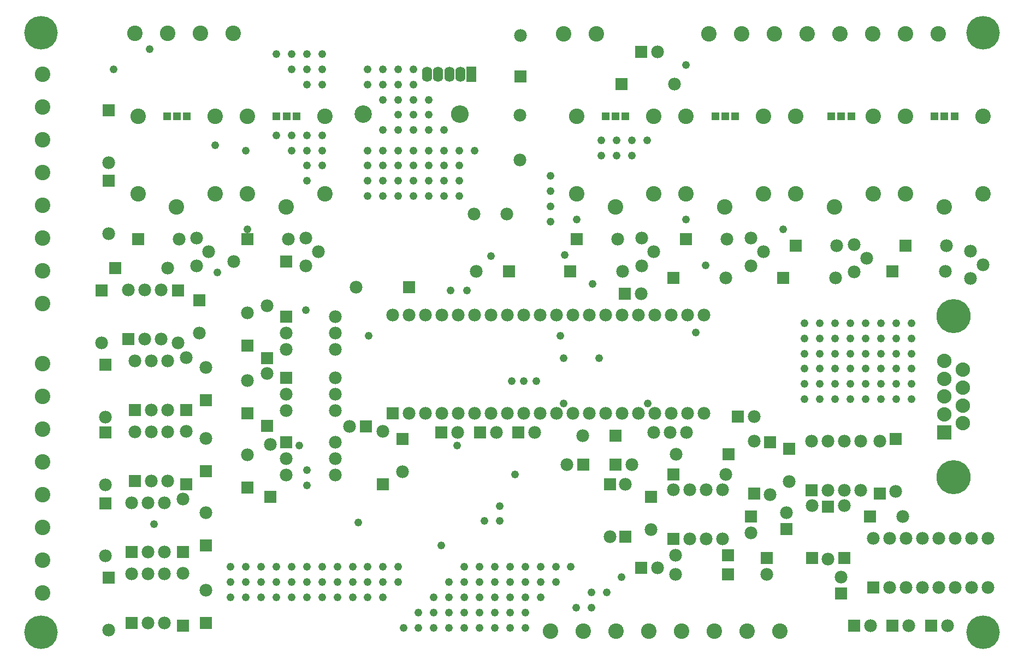
<source format=gbs>
%FSLAX24Y24*%
%MOIN*%
G70*
G01*
G75*
G04 Layer_Color=16711935*
%ADD10C,0.0300*%
%ADD11C,0.0394*%
%ADD12C,0.0197*%
%ADD13C,0.0200*%
%ADD14C,0.0295*%
%ADD15O,0.0551X0.0850*%
%ADD16R,0.0551X0.0850*%
%ADD17C,0.0984*%
%ADD18O,0.1004X0.0984*%
%ADD19C,0.0700*%
%ADD20C,0.0866*%
%ADD21R,0.0700X0.0700*%
%ADD22R,0.0700X0.0700*%
%ADD23C,0.1969*%
%ADD24C,0.2000*%
%ADD25C,0.0800*%
%ADD26R,0.0800X0.0800*%
%ADD27C,0.0400*%
%ADD28R,0.0394X0.0394*%
%ADD29C,0.0400*%
%ADD30C,0.0098*%
%ADD31C,0.0079*%
%ADD32C,0.0100*%
%ADD33C,0.0138*%
%ADD34C,0.0080*%
%ADD35O,0.0631X0.0930*%
%ADD36R,0.0631X0.0930*%
%ADD37C,0.1064*%
%ADD38O,0.1084X0.1064*%
%ADD39C,0.0780*%
%ADD40C,0.0946*%
%ADD41R,0.0780X0.0780*%
%ADD42R,0.0780X0.0780*%
%ADD43C,0.2049*%
%ADD44C,0.2080*%
%ADD45C,0.0880*%
%ADD46R,0.0880X0.0880*%
%ADD47C,0.0480*%
%ADD48R,0.0474X0.0474*%
D35*
X120811Y114400D02*
D03*
X121481D02*
D03*
X122150D02*
D03*
X122819D02*
D03*
D36*
X123489D02*
D03*
D37*
X116900Y111950D02*
D03*
D38*
X122806D02*
D03*
D39*
X126450Y111900D02*
D03*
Y109144D02*
D03*
X123681Y105850D02*
D03*
X125650D02*
D03*
X133874Y100984D02*
D03*
X101378Y80457D02*
D03*
X101181Y89315D02*
D03*
X101150Y93445D02*
D03*
X101378Y104669D02*
D03*
X100945Y97976D02*
D03*
X106102Y92575D02*
D03*
Y97102D02*
D03*
X109843Y91173D02*
D03*
Y95701D02*
D03*
X125016Y92520D02*
D03*
X132900Y89355D02*
D03*
X142913Y89535D02*
D03*
X141732Y88724D02*
D03*
X148425Y91984D02*
D03*
X154724Y102756D02*
D03*
X153965Y103591D02*
D03*
Y101917D02*
D03*
X101181Y84984D02*
D03*
X109843Y99835D02*
D03*
X142717Y87614D02*
D03*
X145276Y84787D02*
D03*
X104976Y102559D02*
D03*
X105650Y104331D02*
D03*
X116480Y101378D02*
D03*
X130283Y92323D02*
D03*
X135969Y85039D02*
D03*
X135995Y91200D02*
D03*
X105906Y83913D02*
D03*
X103756Y80906D02*
D03*
X104756D02*
D03*
X102756Y83906D02*
D03*
X103756D02*
D03*
X104756D02*
D03*
X107283Y96488D02*
D03*
Y92157D02*
D03*
X103953Y89567D02*
D03*
X104953D02*
D03*
X102953Y92567D02*
D03*
X103953D02*
D03*
X104953D02*
D03*
X105600Y97995D02*
D03*
X106890Y98591D02*
D03*
X107480Y103543D02*
D03*
X106720Y104378D02*
D03*
Y102705D02*
D03*
X103559Y98228D02*
D03*
X104559D02*
D03*
X102559Y101228D02*
D03*
X103559D02*
D03*
X104559D02*
D03*
X111220Y91787D02*
D03*
X111024Y96118D02*
D03*
X118110Y92575D02*
D03*
X112205Y94866D02*
D03*
Y93866D02*
D03*
X115205Y95866D02*
D03*
Y94866D02*
D03*
Y93866D02*
D03*
X112205Y90929D02*
D03*
Y89929D02*
D03*
X115205Y91929D02*
D03*
Y90929D02*
D03*
Y89929D02*
D03*
X116050Y92900D02*
D03*
X119291Y90126D02*
D03*
X114173Y103543D02*
D03*
X113413Y104378D02*
D03*
Y102705D02*
D03*
X127378Y92520D02*
D03*
X129315Y90551D02*
D03*
X131950Y86145D02*
D03*
X132732Y102362D02*
D03*
X132421Y104331D02*
D03*
X135969Y83858D02*
D03*
X136646Y92520D02*
D03*
X135646D02*
D03*
X134646D02*
D03*
X140764Y93504D02*
D03*
X139031Y89961D02*
D03*
X140748Y91984D02*
D03*
X134449Y86583D02*
D03*
X136827Y86024D02*
D03*
X137827D02*
D03*
X138827D02*
D03*
X135827Y89024D02*
D03*
X136827D02*
D03*
X137827D02*
D03*
X138827D02*
D03*
X140551Y86402D02*
D03*
X139031Y101968D02*
D03*
X139114Y104331D02*
D03*
X141339Y103543D02*
D03*
X140579Y104378D02*
D03*
Y102705D02*
D03*
X152575Y80709D02*
D03*
X150213D02*
D03*
X147850D02*
D03*
X149409Y88921D02*
D03*
X149835Y87402D02*
D03*
X152500Y103937D02*
D03*
X147638Y103150D02*
D03*
X146878Y103984D02*
D03*
Y102311D02*
D03*
X152417Y102362D02*
D03*
X105906Y88441D02*
D03*
X103756Y85236D02*
D03*
X104756D02*
D03*
X102756Y88236D02*
D03*
X103756D02*
D03*
X104756D02*
D03*
X103953Y93898D02*
D03*
X104953D02*
D03*
X102953Y96898D02*
D03*
X103953D02*
D03*
X104953D02*
D03*
X101378Y109000D02*
D03*
X111024Y100252D02*
D03*
X123800Y102350D02*
D03*
X112205Y98606D02*
D03*
Y97606D02*
D03*
X115205Y99606D02*
D03*
Y98606D02*
D03*
Y97606D02*
D03*
X144291Y88047D02*
D03*
X141535Y83843D02*
D03*
X149031Y83071D02*
D03*
X150031D02*
D03*
X151032D02*
D03*
X152031D02*
D03*
X153032D02*
D03*
X154031D02*
D03*
X148032Y86071D02*
D03*
X149031D02*
D03*
X150031D02*
D03*
X151032D02*
D03*
X152031D02*
D03*
X153032D02*
D03*
X154031D02*
D03*
X155031D02*
D03*
Y83071D02*
D03*
X146260Y88047D02*
D03*
X107283Y82906D02*
D03*
X134858Y84252D02*
D03*
X146063Y83677D02*
D03*
X122654Y92520D02*
D03*
X133283Y90551D02*
D03*
X145250Y89000D02*
D03*
X146250D02*
D03*
X147250D02*
D03*
X144250Y92000D02*
D03*
X145250D02*
D03*
X146250D02*
D03*
X147250D02*
D03*
X109000Y102953D02*
D03*
X112343Y104331D02*
D03*
X145724Y101968D02*
D03*
X134646Y103543D02*
D03*
X133886Y104378D02*
D03*
Y102705D02*
D03*
X145807Y103937D02*
D03*
X134858Y115748D02*
D03*
X126500Y116750D02*
D03*
X135882Y113780D02*
D03*
X107283Y87630D02*
D03*
X119701Y93701D02*
D03*
X120701D02*
D03*
X121701D02*
D03*
X122701D02*
D03*
X123701D02*
D03*
X124701D02*
D03*
X125701D02*
D03*
X118701Y99701D02*
D03*
X119701D02*
D03*
X120701D02*
D03*
X121701D02*
D03*
X122701D02*
D03*
X123701D02*
D03*
X124701D02*
D03*
X125701D02*
D03*
X126701Y93701D02*
D03*
X127701D02*
D03*
X126701Y99701D02*
D03*
X127701D02*
D03*
X128701Y93701D02*
D03*
X129701D02*
D03*
X130701D02*
D03*
X131701D02*
D03*
X132701D02*
D03*
X133701D02*
D03*
X134701D02*
D03*
X135701D02*
D03*
X136701D02*
D03*
X128701Y99701D02*
D03*
X129701D02*
D03*
X130701D02*
D03*
X131701D02*
D03*
X132701D02*
D03*
X133701D02*
D03*
X134701D02*
D03*
X135701D02*
D03*
X136701D02*
D03*
X137701Y93701D02*
D03*
Y99701D02*
D03*
D40*
X102953Y116890D02*
D03*
X104953D02*
D03*
X106968D02*
D03*
X108968D02*
D03*
X129921Y107087D02*
D03*
Y111811D02*
D03*
X132283Y106299D02*
D03*
X134646Y107087D02*
D03*
Y111811D02*
D03*
X129134Y116850D02*
D03*
X131134D02*
D03*
X97323Y96717D02*
D03*
Y94717D02*
D03*
Y92717D02*
D03*
Y90717D02*
D03*
Y88717D02*
D03*
Y86717D02*
D03*
Y84717D02*
D03*
Y82717D02*
D03*
X103150Y107087D02*
D03*
Y111811D02*
D03*
X105512Y106299D02*
D03*
X107874Y107087D02*
D03*
Y111811D02*
D03*
X136614Y107087D02*
D03*
Y111811D02*
D03*
X138976Y106299D02*
D03*
X141339Y107087D02*
D03*
Y111811D02*
D03*
X150000Y107087D02*
D03*
Y111811D02*
D03*
X152362Y106299D02*
D03*
X154724Y107087D02*
D03*
Y111811D02*
D03*
X97323Y114394D02*
D03*
Y112394D02*
D03*
Y110394D02*
D03*
Y108394D02*
D03*
Y106394D02*
D03*
Y104394D02*
D03*
Y102394D02*
D03*
Y100394D02*
D03*
X142346Y80394D02*
D03*
X140346D02*
D03*
X138346D02*
D03*
X136346D02*
D03*
X134346D02*
D03*
X132346D02*
D03*
X130346D02*
D03*
X128346D02*
D03*
X109843Y107087D02*
D03*
Y111811D02*
D03*
X112205Y106299D02*
D03*
X114567Y107087D02*
D03*
Y111811D02*
D03*
X143307Y107087D02*
D03*
Y111811D02*
D03*
X145669Y106299D02*
D03*
X148032Y107087D02*
D03*
Y111811D02*
D03*
X138008Y116850D02*
D03*
X140008D02*
D03*
X142008D02*
D03*
X144008D02*
D03*
X146008D02*
D03*
X148008D02*
D03*
X150008D02*
D03*
X152008D02*
D03*
D41*
X132874Y100984D02*
D03*
X124016Y92520D02*
D03*
X101772Y102559D02*
D03*
X103150Y104331D02*
D03*
X119685Y101378D02*
D03*
X132283Y92323D02*
D03*
X139173Y85039D02*
D03*
X139200Y91200D02*
D03*
X112205Y95866D02*
D03*
Y91929D02*
D03*
X117050Y92900D02*
D03*
X126378Y92520D02*
D03*
X130315Y90551D02*
D03*
X129528Y102362D02*
D03*
X129921Y104331D02*
D03*
X139173Y83858D02*
D03*
X139764Y93504D02*
D03*
X135827Y89961D02*
D03*
Y101968D02*
D03*
X136614Y104331D02*
D03*
X151575Y80709D02*
D03*
X149213D02*
D03*
X146850D02*
D03*
X147835Y87402D02*
D03*
X150000Y103937D02*
D03*
X149213Y102362D02*
D03*
X125800Y102350D02*
D03*
X112205Y99606D02*
D03*
X133858Y84252D02*
D03*
X121654Y92520D02*
D03*
X132283Y90551D02*
D03*
X112205Y102953D02*
D03*
X109843Y104331D02*
D03*
X142520Y101968D02*
D03*
X143307Y103937D02*
D03*
X132677Y113780D02*
D03*
D42*
X101378Y83661D02*
D03*
X101181Y92520D02*
D03*
X101150Y96650D02*
D03*
X101378Y107874D02*
D03*
X100945Y101181D02*
D03*
X106102Y89370D02*
D03*
Y93898D02*
D03*
X109843Y89173D02*
D03*
Y93701D02*
D03*
X132900Y86150D02*
D03*
X142913Y91535D02*
D03*
X141732Y91929D02*
D03*
X148425Y88780D02*
D03*
X101181Y88189D02*
D03*
X109843Y97835D02*
D03*
X142717Y86614D02*
D03*
X145276Y87992D02*
D03*
X105906Y80709D02*
D03*
X102756Y80906D02*
D03*
X107283Y94488D02*
D03*
Y90157D02*
D03*
X102953Y89567D02*
D03*
X105600Y101200D02*
D03*
X106890Y100591D02*
D03*
X102559Y98228D02*
D03*
X111220Y88583D02*
D03*
X111024Y92913D02*
D03*
X118110Y89370D02*
D03*
X119291Y92126D02*
D03*
X131950Y89350D02*
D03*
X140748Y88780D02*
D03*
X134449Y88583D02*
D03*
X135827Y86024D02*
D03*
X140551Y87402D02*
D03*
X149409Y92126D02*
D03*
X105906Y85236D02*
D03*
X102756D02*
D03*
X102953Y93898D02*
D03*
X101378Y112205D02*
D03*
X111024Y97047D02*
D03*
X144291Y84843D02*
D03*
X141535D02*
D03*
X148032Y83071D02*
D03*
X146260Y84843D02*
D03*
X107283Y80906D02*
D03*
X146063Y82677D02*
D03*
X144250Y89000D02*
D03*
X133858Y115748D02*
D03*
X126500Y114250D02*
D03*
X107283Y85630D02*
D03*
X118701Y93701D02*
D03*
D43*
X154724Y80315D02*
D03*
Y116929D02*
D03*
X97244Y80315D02*
D03*
Y116929D02*
D03*
D44*
X152944Y89790D02*
D03*
Y99630D02*
D03*
D45*
X152362Y94710D02*
D03*
Y93620D02*
D03*
Y95800D02*
D03*
Y96890D02*
D03*
X153486Y93080D02*
D03*
Y94170D02*
D03*
Y95260D02*
D03*
Y96350D02*
D03*
D46*
X152362Y92530D02*
D03*
D47*
X109740Y109740D02*
D03*
X107880Y110050D02*
D03*
X103850Y115940D02*
D03*
X101680Y114700D02*
D03*
X132680Y83700D02*
D03*
X123070Y83390D02*
D03*
X125240Y87110D02*
D03*
X124310D02*
D03*
X126790Y81530D02*
D03*
X125860D02*
D03*
Y82460D02*
D03*
X126790D02*
D03*
X125240Y88040D02*
D03*
X123070Y84320D02*
D03*
X119040D02*
D03*
X117180Y108810D02*
D03*
X118110D02*
D03*
X119040D02*
D03*
X119970D02*
D03*
Y109740D02*
D03*
X119040D02*
D03*
X118110D02*
D03*
X117180D02*
D03*
X126790Y80600D02*
D03*
X113460Y84320D02*
D03*
X117180Y106950D02*
D03*
X118110D02*
D03*
X119040D02*
D03*
X119970D02*
D03*
Y107880D02*
D03*
X119040D02*
D03*
X118110D02*
D03*
X117180D02*
D03*
X119040Y83390D02*
D03*
X113460Y82460D02*
D03*
X114390D02*
D03*
X115320D02*
D03*
X116250D02*
D03*
X117180D02*
D03*
X119970Y110980D02*
D03*
X119040D02*
D03*
X118110D02*
D03*
X113460Y83390D02*
D03*
X108810D02*
D03*
X109740D02*
D03*
X110670D02*
D03*
X111600D02*
D03*
X112530D02*
D03*
Y82460D02*
D03*
X111600D02*
D03*
X110670D02*
D03*
X109740D02*
D03*
X108810D02*
D03*
X114390Y83390D02*
D03*
X115320D02*
D03*
X116250D02*
D03*
X117180D02*
D03*
X118110D02*
D03*
X112530Y84320D02*
D03*
X111600D02*
D03*
X110670D02*
D03*
X109740D02*
D03*
X108810D02*
D03*
X122140Y80600D02*
D03*
X123070D02*
D03*
X124000D02*
D03*
X124930D02*
D03*
X125860D02*
D03*
X118110Y84320D02*
D03*
X117180D02*
D03*
X116250D02*
D03*
X115320D02*
D03*
X114390D02*
D03*
X124930Y82460D02*
D03*
X124000D02*
D03*
X123070D02*
D03*
X122140D02*
D03*
X121210D02*
D03*
Y81530D02*
D03*
X122140D02*
D03*
X123070D02*
D03*
X124000D02*
D03*
X124930D02*
D03*
X112530Y114700D02*
D03*
X113460D02*
D03*
X114390D02*
D03*
Y113770D02*
D03*
X113460D02*
D03*
X131440Y109430D02*
D03*
X132370D02*
D03*
X133300D02*
D03*
X114390Y115630D02*
D03*
X113460D02*
D03*
X112530D02*
D03*
X111600D02*
D03*
X134230Y110360D02*
D03*
X133300D02*
D03*
X132370D02*
D03*
X131440D02*
D03*
X146630Y98270D02*
D03*
X147560D02*
D03*
X148490D02*
D03*
X149420D02*
D03*
X150350D02*
D03*
Y99200D02*
D03*
X149420D02*
D03*
X148490D02*
D03*
X147560D02*
D03*
X146630D02*
D03*
Y96410D02*
D03*
X147560D02*
D03*
X148490D02*
D03*
X149420D02*
D03*
X150350D02*
D03*
Y97340D02*
D03*
X149420D02*
D03*
X148490D02*
D03*
X147560D02*
D03*
X146630D02*
D03*
Y94550D02*
D03*
X147560D02*
D03*
X148490D02*
D03*
X149420D02*
D03*
X150350D02*
D03*
Y95480D02*
D03*
X149420D02*
D03*
X148490D02*
D03*
X147560D02*
D03*
X146630D02*
D03*
X143840Y98270D02*
D03*
X144770D02*
D03*
X145700D02*
D03*
Y99200D02*
D03*
X144770D02*
D03*
X143840D02*
D03*
Y96410D02*
D03*
X144770D02*
D03*
X145700D02*
D03*
Y97340D02*
D03*
X144770D02*
D03*
X143840D02*
D03*
Y94550D02*
D03*
X144770D02*
D03*
X145700D02*
D03*
Y95480D02*
D03*
X144770D02*
D03*
X143840D02*
D03*
X119040Y112840D02*
D03*
X118110D02*
D03*
X121830Y107880D02*
D03*
X122760D02*
D03*
X124000Y83390D02*
D03*
Y84320D02*
D03*
X122760Y106950D02*
D03*
X121830D02*
D03*
X119040Y111910D02*
D03*
X119970D02*
D03*
X120900Y108810D02*
D03*
X122760Y109740D02*
D03*
X121830D02*
D03*
X117180Y113770D02*
D03*
X118110D02*
D03*
Y114700D02*
D03*
X117180D02*
D03*
X121830Y108810D02*
D03*
X122760D02*
D03*
X120900Y109740D02*
D03*
Y106950D02*
D03*
Y107880D02*
D03*
X128340Y105400D02*
D03*
Y107260D02*
D03*
Y106330D02*
D03*
X119040Y114700D02*
D03*
X119970D02*
D03*
X113460Y108810D02*
D03*
X114390D02*
D03*
X128340Y108190D02*
D03*
X119970Y113770D02*
D03*
X119040D02*
D03*
X113460Y90210D02*
D03*
Y89280D02*
D03*
X121830Y110980D02*
D03*
X120900D02*
D03*
X112530Y109740D02*
D03*
X118110Y82460D02*
D03*
X120280Y81530D02*
D03*
X119350Y80600D02*
D03*
X120280D02*
D03*
X121210D02*
D03*
X114390Y110670D02*
D03*
X113460D02*
D03*
X112530D02*
D03*
X111600D02*
D03*
X120900Y111910D02*
D03*
X119970Y112840D02*
D03*
X120900D02*
D03*
X113460Y109740D02*
D03*
X114390D02*
D03*
X129580Y84320D02*
D03*
X130820Y82770D02*
D03*
X123690Y109740D02*
D03*
X122140Y83390D02*
D03*
X127720Y82460D02*
D03*
X131750Y82770D02*
D03*
X113460Y107880D02*
D03*
X129890Y81840D02*
D03*
X130820D02*
D03*
X128650Y83390D02*
D03*
X127720D02*
D03*
X126790D02*
D03*
X125860D02*
D03*
X124930D02*
D03*
Y84320D02*
D03*
X125860D02*
D03*
X126790D02*
D03*
X127720D02*
D03*
X128650D02*
D03*
X108000Y102300D02*
D03*
X127450Y95650D02*
D03*
X125950D02*
D03*
X126701D02*
D03*
X129134Y94291D02*
D03*
X117244Y98425D02*
D03*
X124701Y103300D02*
D03*
X129185Y103346D02*
D03*
X112992Y91732D02*
D03*
X113386Y100000D02*
D03*
X121654Y85630D02*
D03*
X122638Y91732D02*
D03*
X122244Y101181D02*
D03*
X131299Y97047D02*
D03*
X130906Y101575D02*
D03*
X129921Y105512D02*
D03*
X134252Y94291D02*
D03*
X137205Y98622D02*
D03*
X136614Y105512D02*
D03*
Y114961D02*
D03*
X104134Y86929D02*
D03*
X109843Y104921D02*
D03*
X116614Y87008D02*
D03*
X142520Y104921D02*
D03*
X129134Y97047D02*
D03*
X128937Y98425D02*
D03*
X123228Y101181D02*
D03*
X137795Y102717D02*
D03*
X126181Y89961D02*
D03*
D48*
X112220Y111819D02*
D03*
X112831D02*
D03*
X111610D02*
D03*
X138992D02*
D03*
X139602D02*
D03*
X138382D02*
D03*
X146079D02*
D03*
X146689D02*
D03*
X145469D02*
D03*
X105528D02*
D03*
X106138D02*
D03*
X104917D02*
D03*
X132299D02*
D03*
X132909D02*
D03*
X131689D02*
D03*
X152378D02*
D03*
X152988D02*
D03*
X151768D02*
D03*
M02*

</source>
